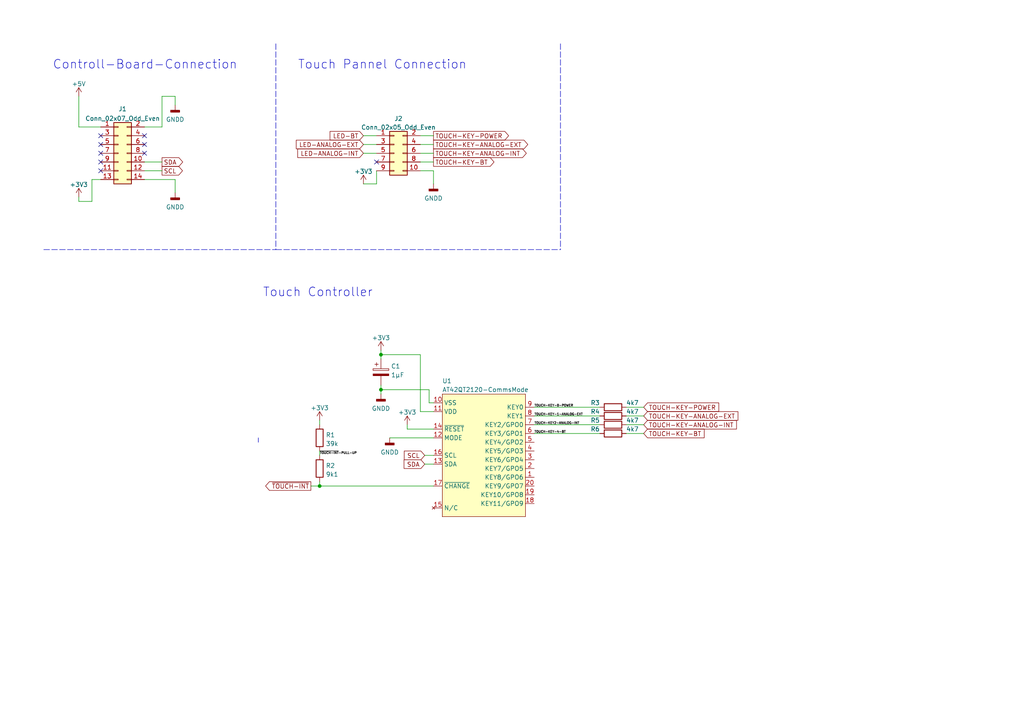
<source format=kicad_sch>
(kicad_sch (version 20211123) (generator eeschema)
  (paper "A4")
  (lib_symbols
    (symbol "Connector_Generic:Conn_02x05_Odd_Even" (pin_names (offset 1.016) hide)
      (property "Reference" "J" (at 1.27 7.62 0))
      (property "Value" "Conn_02x05_Odd_Even" (at 1.27 -7.62 0))
      (symbol "Conn_02x05_Odd_Even_1_1"
        (rectangle (start -1.27 -4.953) (end 0 -5.207) (stroke (width 0.1524)))
        (rectangle (start -1.27 -2.413) (end 0 -2.667) (stroke (width 0.1524)))
        (rectangle (start -1.27 0.127) (end 0 -0.127) (stroke (width 0.1524)))
        (rectangle (start -1.27 2.667) (end 0 2.413) (stroke (width 0.1524)))
        (rectangle (start -1.27 5.207) (end 0 4.953) (stroke (width 0.1524)))
        (rectangle (start -1.27 6.35) (end 3.81 -6.35) (stroke (width 0.254)) (fill (type background)))
        (rectangle (start 3.81 -4.953) (end 2.54 -5.207) (stroke (width 0.1524)))
        (rectangle (start 3.81 -2.413) (end 2.54 -2.667) (stroke (width 0.1524)))
        (rectangle (start 3.81 0.127) (end 2.54 -0.127) (stroke (width 0.1524)))
        (rectangle (start 3.81 2.667) (end 2.54 2.413) (stroke (width 0.1524)))
        (rectangle (start 3.81 5.207) (end 2.54 4.953) (stroke (width 0.1524)))
        (pin passive line (at -5.08 5.08 0) (length 3.81) (name "Pin_1") (number "1"))
        (pin passive line (at 7.62 -5.08 180) (length 3.81) (name "Pin_10") (number "10"))
        (pin passive line (at 7.62 5.08 180) (length 3.81) (name "Pin_2") (number "2"))
        (pin passive line (at -5.08 2.54 0) (length 3.81) (name "Pin_3") (number "3"))
        (pin passive line (at 7.62 2.54 180) (length 3.81) (name "Pin_4") (number "4"))
        (pin passive line (at -5.08 0 0) (length 3.81) (name "Pin_5") (number "5"))
        (pin passive line (at 7.62 0 180) (length 3.81) (name "Pin_6") (number "6"))
        (pin passive line (at -5.08 -2.54 0) (length 3.81) (name "Pin_7") (number "7"))
        (pin passive line (at 7.62 -2.54 180) (length 3.81) (name "Pin_8") (number "8"))
        (pin passive line (at -5.08 -5.08 0) (length 3.81) (name "Pin_9") (number "9"))
      )
    )
    (symbol "Connector_Generic:Conn_02x07_Odd_Even" (pin_names (offset 1.016) hide)
      (property "Reference" "J" (at 1.27 10.16 0))
      (property "Value" "Conn_02x07_Odd_Even" (at 1.27 -10.16 0))
      (symbol "Conn_02x07_Odd_Even_1_1"
        (rectangle (start -1.27 -7.493) (end 0 -7.747) (stroke (width 0.1524)))
        (rectangle (start -1.27 -4.953) (end 0 -5.207) (stroke (width 0.1524)))
        (rectangle (start -1.27 -2.413) (end 0 -2.667) (stroke (width 0.1524)))
        (rectangle (start -1.27 0.127) (end 0 -0.127) (stroke (width 0.1524)))
        (rectangle (start -1.27 2.667) (end 0 2.413) (stroke (width 0.1524)))
        (rectangle (start -1.27 5.207) (end 0 4.953) (stroke (width 0.1524)))
        (rectangle (start -1.27 7.747) (end 0 7.493) (stroke (width 0.1524)))
        (rectangle (start -1.27 8.89) (end 3.81 -8.89) (stroke (width 0.254)) (fill (type background)))
        (rectangle (start 3.81 -7.493) (end 2.54 -7.747) (stroke (width 0.1524)))
        (rectangle (start 3.81 -4.953) (end 2.54 -5.207) (stroke (width 0.1524)))
        (rectangle (start 3.81 -2.413) (end 2.54 -2.667) (stroke (width 0.1524)))
        (rectangle (start 3.81 0.127) (end 2.54 -0.127) (stroke (width 0.1524)))
        (rectangle (start 3.81 2.667) (end 2.54 2.413) (stroke (width 0.1524)))
        (rectangle (start 3.81 5.207) (end 2.54 4.953) (stroke (width 0.1524)))
        (rectangle (start 3.81 7.747) (end 2.54 7.493) (stroke (width 0.1524)))
        (pin passive line (at -5.08 7.62 0) (length 3.81) (name "Pin_1") (number "1"))
        (pin passive line (at 7.62 -2.54 180) (length 3.81) (name "Pin_10") (number "10"))
        (pin passive line (at -5.08 -5.08 0) (length 3.81) (name "Pin_11") (number "11"))
        (pin passive line (at 7.62 -5.08 180) (length 3.81) (name "Pin_12") (number "12"))
        (pin passive line (at -5.08 -7.62 0) (length 3.81) (name "Pin_13") (number "13"))
        (pin passive line (at 7.62 -7.62 180) (length 3.81) (name "Pin_14") (number "14"))
        (pin passive line (at 7.62 7.62 180) (length 3.81) (name "Pin_2") (number "2"))
        (pin passive line (at -5.08 5.08 0) (length 3.81) (name "Pin_3") (number "3"))
        (pin passive line (at 7.62 5.08 180) (length 3.81) (name "Pin_4") (number "4"))
        (pin passive line (at -5.08 2.54 0) (length 3.81) (name "Pin_5") (number "5"))
        (pin passive line (at 7.62 2.54 180) (length 3.81) (name "Pin_6") (number "6"))
        (pin passive line (at -5.08 0 0) (length 3.81) (name "Pin_7") (number "7"))
        (pin passive line (at 7.62 0 180) (length 3.81) (name "Pin_8") (number "8"))
        (pin passive line (at -5.08 -2.54 0) (length 3.81) (name "Pin_9") (number "9"))
      )
    )
    (symbol "Device:C_Polarized" (pin_numbers hide) (pin_names (offset 0.254))
      (property "Reference" "C" (at 0.635 2.54 0))
      (property "Value" "C_Polarized" (at 0.635 -2.54 0))
      (symbol "C_Polarized_0_1"
        (rectangle (start -2.286 0.508) (end 2.286 1.016))
        (polyline (pts (xy -1.778 2.286) (xy -0.762 2.286)))
        (polyline (pts (xy -1.27 2.794) (xy -1.27 1.778)))
        (rectangle (start 2.286 -0.508) (end -2.286 -1.016) (fill (type outline)))
      )
      (symbol "C_Polarized_1_1"
        (pin passive line (at 0 3.81 270) (length 2.794) (name "~") (number "1"))
        (pin passive line (at 0 -3.81 90) (length 2.794) (name "~") (number "2"))
      )
    )
    (symbol "Device:R" (pin_numbers hide) (pin_names (offset 0))
      (property "Reference" "R" (at 2.032 0 90))
      (property "Value" "R" (at 0 0 90))
      (symbol "R_0_1"
        (rectangle (start -1.016 -2.54) (end 1.016 2.54) (stroke (width 0.254)))
      )
      (symbol "R_1_1"
        (pin passive line (at 0 3.81 270) (length 1.27) (name "~") (number "1"))
        (pin passive line (at 0 -3.81 90) (length 1.27) (name "~") (number "2"))
      )
    )
    (symbol "office amp:AT42QT2120-CommsMode"
      (property "Reference" "U" (at 2.54 6.35 0))
      (property "Value" "AT42QT2120-CommsMode" (at 2.54 3.81 0))
      (symbol "AT42QT2120-CommsMode_0_1"
        (rectangle (start 2.54 2.54) (end 26.67 -33.02) (stroke (width 0.1524)) (fill (type background)))
      )
      (symbol "AT42QT2120-CommsMode_1_1"
        (pin bidirectional line (at 29.21 -21.59 180) (length 2.54) (name "KEY8/GPO6") (number "1"))
        (pin power_in line (at 0 0 0) (length 2.54) (name "VSS") (number "10"))
        (pin power_in line (at 0 -2.54 0) (length 2.54) (name "VDD") (number "11"))
        (pin input line (at 0 -10.16 0) (length 2.54) (name "MODE") (number "12"))
        (pin bidirectional line (at 0 -17.78 0) (length 2.54) (name "SDA") (number "13"))
        (pin input line (at 0 -7.62 0) (length 2.54) (name "~{RESET}") (number "14"))
        (pin no_connect line (at 0 -30.48 0) (length 2.54) (name "N/C") (number "15"))
        (pin input line (at 0 -15.24 0) (length 2.54) (name "SCL") (number "16"))
        (pin output line (at 0 -24.13 0) (length 2.54) (name "~{CHANGE}") (number "17"))
        (pin bidirectional line (at 29.21 -29.21 180) (length 2.54) (name "KEY11/GPO9") (number "18"))
        (pin bidirectional line (at 29.21 -26.67 180) (length 2.54) (name "KEY10/GPO8") (number "19"))
        (pin bidirectional line (at 29.21 -19.05 180) (length 2.54) (name "KEY7/GPO5") (number "2"))
        (pin bidirectional line (at 29.21 -24.13 180) (length 2.54) (name "KEY9/GPO7") (number "20"))
        (pin bidirectional line (at 29.21 -16.51 180) (length 2.54) (name "KEY6/GPO4") (number "3"))
        (pin bidirectional line (at 29.21 -13.97 180) (length 2.54) (name "KEY5/GPO3") (number "4"))
        (pin bidirectional line (at 29.21 -11.43 180) (length 2.54) (name "KEY4/GPO2") (number "5"))
        (pin bidirectional line (at 29.21 -8.89 180) (length 2.54) (name "KEY3/GPO1") (number "6"))
        (pin bidirectional line (at 29.21 -6.35 180) (length 2.54) (name "KEY2/GPO0") (number "7"))
        (pin input line (at 29.21 -3.81 180) (length 2.54) (name "KEY1") (number "8"))
        (pin input line (at 29.21 -1.27 180) (length 2.54) (name "KEY0") (number "9"))
      )
    )
    (symbol "power:+3V3" (power) (pin_names (offset 0))
      (property "Value" "+3V3" (at 0 3.556 0))
      (symbol "+3V3_0_1"
        (polyline (pts (xy -0.762 1.27) (xy 0 2.54)))
        (polyline (pts (xy 0 0) (xy 0 2.54)))
        (polyline (pts (xy 0 2.54) (xy 0.762 1.27)))
      )
      (symbol "+3V3_1_1"
        (pin power_in line (at 0 0 90) (length 0) hide (name "+3V3") (number "1"))
      )
    )
    (symbol "power:+5V" (power) (pin_names (offset 0))
      (property "Value" "+5V" (at 0 3.556 0))
      (symbol "+5V_0_1"
        (polyline (pts (xy -0.762 1.27) (xy 0 2.54)))
        (polyline (pts (xy 0 0) (xy 0 2.54)))
        (polyline (pts (xy 0 2.54) (xy 0.762 1.27)))
      )
      (symbol "+5V_1_1"
        (pin power_in line (at 0 0 90) (length 0) hide (name "+5V") (number "1"))
      )
    )
    (symbol "power:GNDD" (power) (pin_names (offset 0))
      (property "Value" "GNDD" (at 0 -3.175 0))
      (symbol "GNDD_0_1"
        (rectangle (start -1.27 -1.524) (end 1.27 -2.032) (stroke (width 0.254)) (fill (type outline)))
        (polyline (pts (xy 0 0) (xy 0 -1.524)))
      )
      (symbol "GNDD_1_1"
        (pin power_in line (at 0 0 270) (length 0) hide (name "GNDD") (number "1"))
      )
    )
  )
  (junction (at 110.49 113.03))
  (junction (at 110.49 102.87))
  (junction (at 92.71 140.97))
  (no_connect (at 109.22 46.99))
  (no_connect (at 29.21 49.53))
  (no_connect (at 29.21 41.91))
  (no_connect (at 29.21 46.99))
  (no_connect (at 29.21 44.45))
  (no_connect (at 29.21 39.37))
  (no_connect (at 41.91 41.91))
  (no_connect (at 41.91 44.45))
  (no_connect (at 41.91 39.37))
  (wire (pts (xy 29.21 36.83) (xy 22.86 36.83)))
  (wire (pts (xy 181.61 120.65) (xy 186.69 120.65)))
  (polyline (pts (xy 162.56 12.7) (xy 162.56 72.39)))
  (wire (pts (xy 92.71 121.92) (xy 92.71 123.19)))
  (wire (pts (xy 110.49 102.87) (xy 110.49 104.14)))
  (wire (pts (xy 113.03 127) (xy 125.73 127)))
  (wire (pts (xy 105.41 44.45) (xy 109.22 44.45)))
  (wire (pts (xy 154.94 123.19) (xy 173.99 123.19)))
  (wire (pts (xy 92.71 139.7) (xy 92.71 140.97)))
  (wire (pts (xy 41.91 46.99) (xy 46.99 46.99)))
  (wire (pts (xy 121.92 44.45) (xy 125.73 44.45)))
  (wire (pts (xy 154.94 120.65) (xy 173.99 120.65)))
  (wire (pts (xy 110.49 113.03) (xy 110.49 114.3)))
  (wire (pts (xy 121.92 119.38) (xy 121.92 102.87)))
  (wire (pts (xy 41.91 36.83) (xy 46.99 36.83)))
  (wire (pts (xy 121.92 41.91) (xy 125.73 41.91)))
  (wire (pts (xy 26.67 58.42) (xy 26.67 52.07)))
  (wire (pts (xy 50.8 27.94) (xy 50.8 30.48)))
  (wire (pts (xy 46.99 27.94) (xy 50.8 27.94)))
  (wire (pts (xy 90.17 140.97) (xy 92.71 140.97)))
  (wire (pts (xy 121.92 49.53) (xy 125.73 49.53)))
  (wire (pts (xy 121.92 39.37) (xy 125.73 39.37)))
  (wire (pts (xy 124.46 116.84) (xy 125.73 116.84)))
  (wire (pts (xy 110.49 111.76) (xy 110.49 113.03)))
  (wire (pts (xy 105.41 39.37) (xy 109.22 39.37)))
  (wire (pts (xy 118.11 124.46) (xy 125.73 124.46)))
  (wire (pts (xy 110.49 113.03) (xy 124.46 113.03)))
  (wire (pts (xy 121.92 102.87) (xy 110.49 102.87)))
  (wire (pts (xy 92.71 140.97) (xy 125.73 140.97)))
  (wire (pts (xy 41.91 52.07) (xy 50.8 52.07)))
  (wire (pts (xy 154.94 125.73) (xy 173.99 125.73)))
  (wire (pts (xy 125.73 119.38) (xy 121.92 119.38)))
  (wire (pts (xy 109.22 49.53) (xy 109.22 53.34)))
  (polyline (pts (xy 12.7 72.39) (xy 80.01 72.39)))
  (wire (pts (xy 105.41 53.34) (xy 109.22 53.34)))
  (wire (pts (xy 123.19 134.62) (xy 125.73 134.62)))
  (wire (pts (xy 22.86 58.42) (xy 26.67 58.42)))
  (wire (pts (xy 41.91 49.53) (xy 46.99 49.53)))
  (wire (pts (xy 105.41 41.91) (xy 109.22 41.91)))
  (wire (pts (xy 124.46 113.03) (xy 124.46 116.84)))
  (wire (pts (xy 22.86 36.83) (xy 22.86 27.94)))
  (wire (pts (xy 125.73 49.53) (xy 125.73 53.34)))
  (wire (pts (xy 92.71 130.81) (xy 92.71 132.08)))
  (wire (pts (xy 110.49 101.6) (xy 110.49 102.87)))
  (wire (pts (xy 118.11 123.19) (xy 118.11 124.46)))
  (wire (pts (xy 50.8 52.07) (xy 50.8 55.88)))
  (wire (pts (xy 26.67 52.07) (xy 29.21 52.07)))
  (wire (pts (xy 154.94 118.11) (xy 173.99 118.11)))
  (polyline (pts (xy 80.01 72.39) (xy 162.56 72.39)))
  (wire (pts (xy 181.61 123.19) (xy 186.69 123.19)))
  (wire (pts (xy 22.86 57.15) (xy 22.86 58.42)))
  (wire (pts (xy 121.92 46.99) (xy 125.73 46.99)))
  (wire (pts (xy 123.19 132.08) (xy 125.73 132.08)))
  (polyline (pts (xy 80.01 12.7) (xy 80.01 72.39)))
  (wire (pts (xy 46.99 36.83) (xy 46.99 27.94)))
  (polyline (pts (xy 74.93 127) (xy 74.93 128.27)))
  (wire (pts (xy 181.61 118.11) (xy 186.69 118.11)))
  (wire (pts (xy 181.61 125.73) (xy 186.69 125.73)))
  (text "Touch Controller" (at 76.2 86.36 0) (effects (font (size 2.54 2.54)) (justify left bottom)))
  (text "Touch Pannel Connection" (at 86.36 20.32 0) (effects (font (size 2.54 2.54)) (justify left bottom)))
  (text "Controll-Board-Connection" (at 15.24 20.32 0) (effects (font (size 2.54 2.54)) (justify left bottom)))
  (label "TOUCH-KEY-4-BT" (at 154.94 125.73 0) (effects (font (size 0.64 0.64))))
  (label "~{TOUCH-INT}-PULL-UP" (at 92.71 131.8697 0) (effects (font (size 0.64 0.64))))
  (label "TOUCH-KEY-1-ANALOG-EXT" (at 154.94 120.65 0) (effects (font (size 0.64 0.64))))
  (label "TOUCH-KEY2-ANALOG-INT" (at 154.94 123.19 0) (effects (font (size 0.64 0.64))))
  (label "TOUCH-KEY-0-POWER" (at 154.94 118.11 0) (effects (font (size 0.64 0.64))))
  (global_label "SDA" (shape output) (at 46.99 46.99 0) (property "Intersheet References" "${INTERSHEET_REFS}" (effects hide)))
  (global_label "TOUCH-KEY-ANALOG-INT" (shape output) (at 125.73 44.45 0) (property "Intersheet References" "${INTERSHEET_REFS}" (effects hide)))
  (global_label "LED-BT" (shape input) (at 105.41 39.37 180) (property "Intersheet References" "${INTERSHEET_REFS}" (effects hide)))
  (global_label "TOUCH-KEY-BT" (shape input) (at 186.69 125.73 0) (property "Intersheet References" "${INTERSHEET_REFS}" (effects hide)))
  (global_label "SCL" (shape input) (at 123.19 132.08 180) (property "Intersheet References" "${INTERSHEET_REFS}" (effects hide)))
  (global_label "TOUCH-KEY-POWER" (shape input) (at 186.69 118.11 0) (property "Intersheet References" "${INTERSHEET_REFS}" (effects hide)))
  (global_label "TOUCH-KEY-POWER" (shape output) (at 125.73 39.37 0) (property "Intersheet References" "${INTERSHEET_REFS}" (effects hide)))
  (global_label "SCL" (shape output) (at 46.99 49.53 0) (property "Intersheet References" "${INTERSHEET_REFS}" (effects hide)))
  (global_label "SDA" (shape input) (at 123.19 134.62 180) (property "Intersheet References" "${INTERSHEET_REFS}" (effects hide)))
  (global_label "~{TOUCH-INT}" (shape output) (at 90.17 140.97 180) (property "Intersheet References" "${INTERSHEET_REFS}" (effects hide)))
  (global_label "LED-ANALOG-EXT" (shape input) (at 105.41 41.91 180) (property "Intersheet References" "${INTERSHEET_REFS}" (effects hide)))
  (global_label "TOUCH-KEY-ANALOG-EXT" (shape input) (at 186.69 120.65 0) (property "Intersheet References" "${INTERSHEET_REFS}" (effects hide)))
  (global_label "TOUCH-KEY-ANALOG-INT" (shape input) (at 186.69 123.19 0) (property "Intersheet References" "${INTERSHEET_REFS}" (effects hide)))
  (global_label "TOUCH-KEY-BT" (shape output) (at 125.73 46.99 0) (property "Intersheet References" "${INTERSHEET_REFS}" (effects hide)))
  (global_label "TOUCH-KEY-ANALOG-EXT" (shape output) (at 125.73 41.91 0) (property "Intersheet References" "${INTERSHEET_REFS}" (effects hide)))
  (global_label "LED-ANALOG-INT" (shape input) (at 105.41 44.45 180) (property "Intersheet References" "${INTERSHEET_REFS}" (effects hide)))
  (symbol (lib_id "power:+5V") (at 22.86 27.94 0) (unit 1)
    (property "Reference" "#PWR01" (effects hide))
    (property "Value" "+5V" (at 22.86 24.3355 0))
  )
  (symbol (lib_id "power:+3V3") (at 105.41 53.34 0) (unit 1)
    (property "Reference" "#PWR06" (effects hide))
    (property "Value" "+3V3" (at 105.41 49.7355 0))
  )
  (symbol (lib_id "Device:R") (at 177.8 123.19 270) (unit 1)
    (property "Reference" "R5" (at 173.99 121.92 90) (effects (justify right)))
    (property "Value" "4k7" (at 181.61 121.92 90) (effects (justify left)))
    (property "Footprint" "Resistor_SMD:R_0805_2012Metric_Pad1.20x1.40mm_HandSolder" (effects hide))
  )
  (symbol (lib_id "Device:R") (at 177.8 120.65 270) (unit 1)
    (property "Reference" "R4" (at 173.99 119.38 90) (effects (justify right)))
    (property "Value" "4k7" (at 181.61 119.38 90) (effects (justify left)))
    (property "Footprint" "Resistor_SMD:R_0805_2012Metric_Pad1.20x1.40mm_HandSolder" (effects hide))
  )
  (symbol (lib_id "Device:C_Polarized") (at 110.49 107.95 0) (unit 1)
    (property "Reference" "C1" (at 113.411 106.2263 0) (effects (justify left)))
    (property "Value" "1µF" (at 113.411 108.7632 0) (effects (justify left)))
    (property "Footprint" "Capacitor_THT:CP_Radial_D4.0mm_P2.00mm" (effects hide))
  )
  (symbol (lib_id "power:GNDD") (at 110.49 114.3 0) (unit 1)
    (property "Reference" "#PWR08" (effects hide))
    (property "Value" "GNDD" (at 110.49 118.4815 0))
  )
  (symbol (lib_id "office amp:AT42QT2120-CommsMode") (at 125.73 116.84 0) (unit 1)
    (property "Reference" "U1" (at 128.27 110.49 0) (effects (justify left)))
    (property "Value" "AT42QT2120-CommsMode" (at 128.27 113.03 0) (effects (justify left)))
    (property "Footprint" "Package_SO:SOIC-20W_7.5x12.8mm_P1.27mm" (effects hide))
  )
  (symbol (lib_id "power:+3V3") (at 118.11 123.19 0) (unit 1)
    (property "Reference" "#PWR010" (effects hide))
    (property "Value" "+3V3" (at 118.11 119.5855 0))
  )
  (symbol (lib_id "power:GNDD") (at 113.03 127 0) (unit 1)
    (property "Reference" "#PWR09" (effects hide))
    (property "Value" "GNDD" (at 113.03 131.1815 0))
  )
  (symbol (lib_id "Device:R") (at 92.71 127 0) (unit 1)
    (property "Reference" "R1" (at 94.488 126.1653 0) (effects (justify left)))
    (property "Value" "39k" (at 94.488 128.7022 0) (effects (justify left)))
    (property "Footprint" "Resistor_SMD:R_0805_2012Metric_Pad1.20x1.40mm_HandSolder" (effects hide))
  )
  (symbol (lib_id "power:GNDD") (at 50.8 30.48 0) (unit 1)
    (property "Reference" "#PWR03" (effects hide))
    (property "Value" "GNDD" (at 50.8 34.6615 0))
  )
  (symbol (lib_id "power:+3V3") (at 22.86 57.15 0) (unit 1)
    (property "Reference" "#PWR02" (effects hide))
    (property "Value" "+3V3" (at 22.86 53.5455 0))
  )
  (symbol (lib_id "power:+3V3") (at 110.49 101.6 0) (unit 1)
    (property "Reference" "#PWR07" (effects hide))
    (property "Value" "+3V3" (at 110.49 97.9955 0))
  )
  (symbol (lib_id "power:GNDD") (at 50.8 55.88 0) (unit 1)
    (property "Reference" "#PWR04" (effects hide))
    (property "Value" "GNDD" (at 50.8 60.0615 0))
  )
  (symbol (lib_id "Device:R") (at 92.71 135.89 0) (unit 1)
    (property "Reference" "R2" (at 94.488 135.0553 0) (effects (justify left)))
    (property "Value" "9k1" (at 94.488 137.5922 0) (effects (justify left)))
    (property "Footprint" "Resistor_SMD:R_0805_2012Metric_Pad1.20x1.40mm_HandSolder" (effects hide))
  )
  (symbol (lib_id "power:+3V3") (at 92.71 121.92 0) (unit 1)
    (property "Reference" "#PWR05" (effects hide))
    (property "Value" "+3V3" (at 92.71 118.3155 0))
  )
  (symbol (lib_id "Device:R") (at 177.8 125.73 270) (unit 1)
    (property "Reference" "R6" (at 173.99 124.46 90) (effects (justify right)))
    (property "Value" "4k7" (at 181.61 124.46 90) (effects (justify left)))
    (property "Footprint" "Resistor_SMD:R_0805_2012Metric_Pad1.20x1.40mm_HandSolder" (effects hide))
  )
  (symbol (lib_id "power:GNDD") (at 125.73 53.34 0) (unit 1)
    (property "Reference" "#PWR011" (effects hide))
    (property "Value" "GNDD" (at 125.73 57.5215 0))
  )
  (symbol (lib_id "Device:R") (at 177.8 118.11 270) (unit 1)
    (property "Reference" "R3" (at 173.99 116.84 90) (effects (justify right)))
    (property "Value" "4k7" (at 181.61 116.84 90) (effects (justify left)))
    (property "Footprint" "Resistor_SMD:R_0805_2012Metric_Pad1.20x1.40mm_HandSolder" (effects hide))
  )
  (symbol (lib_id "Connector_Generic:Conn_02x07_Odd_Even") (at 34.29 44.45 0) (unit 1)
    (property "Reference" "J1" (at 35.56 31.5935 0))
    (property "Value" "Conn_02x07_Odd_Even" (at 35.56 34.3686 0))
    (property "Footprint" "Connector_IDC:IDC-Header_2x07_P2.54mm_Vertical" (effects hide))
  )
  (symbol (lib_id "Connector_Generic:Conn_02x05_Odd_Even") (at 114.3 44.45 0) (unit 1)
    (property "Reference" "J2" (at 115.57 34.4002 0))
    (property "Value" "Conn_02x05_Odd_Even" (at 115.57 36.9371 0))
    (property "Footprint" "Connector_IDC:IDC-Header_2x05_P2.54mm_Vertical" (effects hide))
  )
)
</source>
